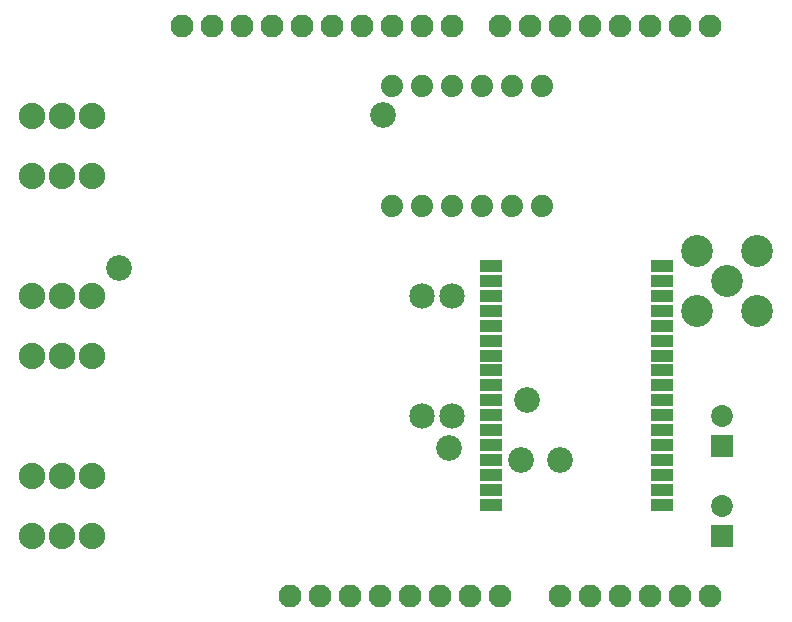
<source format=gts>
G04 MADE WITH FRITZING*
G04 WWW.FRITZING.ORG*
G04 DOUBLE SIDED*
G04 HOLES PLATED*
G04 CONTOUR ON CENTER OF CONTOUR VECTOR*
%ASAXBY*%
%FSLAX23Y23*%
%MOIN*%
%OFA0B0*%
%SFA1.0B1.0*%
%ADD10C,0.072992*%
%ADD11C,0.085000*%
%ADD12C,0.074000*%
%ADD13C,0.088000*%
%ADD14C,0.106384*%
%ADD15C,0.106385*%
%ADD16C,0.076194*%
%ADD17C,0.076222*%
%ADD18C,0.085433*%
%ADD19R,0.072992X0.072992*%
%ADD20R,0.072992X0.041496*%
%LNMASK1*%
G90*
G70*
G54D10*
X2565Y626D03*
X2565Y725D03*
X2565Y326D03*
X2565Y425D03*
G54D11*
X1665Y1126D03*
X1665Y726D03*
X1565Y1126D03*
X1565Y726D03*
G54D12*
X1865Y1426D03*
X1765Y1426D03*
X1665Y1426D03*
X1565Y1426D03*
X1465Y1426D03*
X1465Y1826D03*
X1565Y1826D03*
X1665Y1826D03*
X1765Y1826D03*
X1865Y1826D03*
X1965Y1826D03*
X1965Y1426D03*
G54D13*
X465Y526D03*
X365Y526D03*
X265Y526D03*
X465Y1126D03*
X365Y1126D03*
X265Y1126D03*
X465Y1726D03*
X365Y1726D03*
X265Y1726D03*
G54D14*
X2482Y1276D03*
G54D15*
X2582Y1176D03*
G54D14*
X2482Y1076D03*
G54D15*
X2682Y1076D03*
X2682Y1276D03*
G54D16*
X2125Y126D03*
X2225Y126D03*
X2325Y126D03*
X2425Y126D03*
X2525Y126D03*
G54D17*
X1665Y2026D03*
X1565Y2026D03*
X1465Y2026D03*
X1365Y2026D03*
X1265Y2026D03*
X1165Y2026D03*
X1065Y2026D03*
X965Y2026D03*
X865Y2026D03*
X765Y2026D03*
X2525Y2026D03*
X2425Y2026D03*
X2325Y2026D03*
X2225Y2026D03*
X2125Y2026D03*
X2025Y2026D03*
X1925Y2026D03*
X1825Y2026D03*
G54D16*
X1225Y126D03*
X1125Y126D03*
X1325Y126D03*
X1425Y126D03*
X1525Y126D03*
X1625Y126D03*
X1725Y126D03*
X1825Y126D03*
X2025Y126D03*
G54D13*
X465Y326D03*
X365Y326D03*
X265Y326D03*
X465Y926D03*
X365Y926D03*
X265Y926D03*
X465Y1526D03*
X365Y1526D03*
X265Y1526D03*
G54D18*
X1895Y578D03*
X1655Y618D03*
X555Y1218D03*
X1435Y1728D03*
X1915Y778D03*
X2025Y578D03*
G54D19*
X2565Y626D03*
X2565Y326D03*
G54D20*
X1794Y1226D03*
X1794Y1176D03*
X1794Y1126D03*
X1794Y1076D03*
X1794Y1026D03*
X1794Y976D03*
X1794Y926D03*
X1794Y877D03*
X1794Y827D03*
X1794Y777D03*
X1794Y727D03*
X1794Y677D03*
X1794Y627D03*
X1794Y577D03*
X1794Y527D03*
X1794Y477D03*
X1794Y427D03*
X2365Y1226D03*
X2365Y1176D03*
X2365Y1126D03*
X2365Y1076D03*
X2365Y1026D03*
X2365Y976D03*
X2365Y926D03*
X2365Y877D03*
X2365Y827D03*
X2365Y777D03*
X2365Y727D03*
X2365Y677D03*
X2365Y627D03*
X2365Y577D03*
X2365Y527D03*
X2365Y477D03*
X2365Y427D03*
G04 End of Mask1*
M02*
</source>
